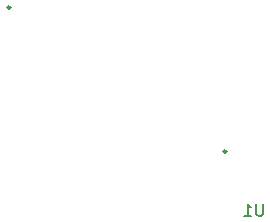
<source format=gbr>
G04 #@! TF.GenerationSoftware,KiCad,Pcbnew,6.0.8-f2edbf62ab~116~ubuntu20.04.1*
G04 #@! TF.CreationDate,2022-11-03T13:34:09-03:00*
G04 #@! TF.ProjectId,sensor_gnuiiium_lateral,73656e73-6f72-45f6-976e-75696969756d,rev?*
G04 #@! TF.SameCoordinates,Original*
G04 #@! TF.FileFunction,Legend,Bot*
G04 #@! TF.FilePolarity,Positive*
%FSLAX46Y46*%
G04 Gerber Fmt 4.6, Leading zero omitted, Abs format (unit mm)*
G04 Created by KiCad (PCBNEW 6.0.8-f2edbf62ab~116~ubuntu20.04.1) date 2022-11-03 13:34:09*
%MOMM*%
%LPD*%
G01*
G04 APERTURE LIST*
%ADD10C,0.150000*%
%ADD11C,0.218750*%
G04 APERTURE END LIST*
D10*
G04 #@! TO.C,U1*
X165015904Y-89043780D02*
X165015904Y-89853304D01*
X164968285Y-89948542D01*
X164920666Y-89996161D01*
X164825428Y-90043780D01*
X164634952Y-90043780D01*
X164539714Y-89996161D01*
X164492095Y-89948542D01*
X164444476Y-89853304D01*
X164444476Y-89043780D01*
X163444476Y-90043780D02*
X164015904Y-90043780D01*
X163730190Y-90043780D02*
X163730190Y-89043780D01*
X163825428Y-89186638D01*
X163920666Y-89281876D01*
X164015904Y-89329495D01*
D11*
X143619375Y-72408750D02*
G75*
G03*
X143619375Y-72408750I-109375J0D01*
G01*
X161905375Y-84597150D02*
G75*
G03*
X161905375Y-84597150I-109375J0D01*
G01*
G04 #@! TD*
M02*

</source>
